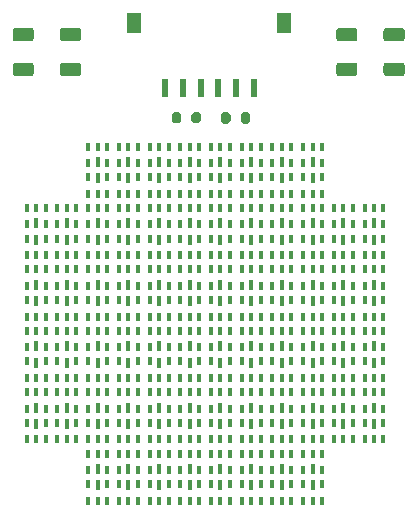
<source format=gbr>
G04 #@! TF.GenerationSoftware,KiCad,Pcbnew,(5.1.9-0-10_14)*
G04 #@! TF.CreationDate,2021-05-04T01:16:58-07:00*
G04 #@! TF.ProjectId,LED_array,4c45445f-6172-4726-9179-2e6b69636164,rev?*
G04 #@! TF.SameCoordinates,Original*
G04 #@! TF.FileFunction,Paste,Top*
G04 #@! TF.FilePolarity,Positive*
%FSLAX46Y46*%
G04 Gerber Fmt 4.6, Leading zero omitted, Abs format (unit mm)*
G04 Created by KiCad (PCBNEW (5.1.9-0-10_14)) date 2021-05-04 01:16:58*
%MOMM*%
%LPD*%
G01*
G04 APERTURE LIST*
%ADD10R,1.250000X1.800000*%
%ADD11R,0.600000X1.600000*%
%ADD12R,0.450000X0.850000*%
%ADD13R,0.450000X0.650000*%
G04 APERTURE END LIST*
D10*
X66715000Y-24550000D03*
D11*
X56610000Y-30040000D03*
X58110000Y-30040000D03*
X59610000Y-30040000D03*
X61110000Y-30040000D03*
X62610000Y-30040000D03*
D10*
X54005000Y-24550000D03*
D11*
X64110000Y-30040000D03*
D12*
X69100000Y-63700000D03*
D13*
X68300000Y-63600000D03*
X69900000Y-63600000D03*
X69100000Y-65000000D03*
X68300000Y-65000000D03*
X69900000Y-65000000D03*
D12*
X50900000Y-36300000D03*
D13*
X51700000Y-36400000D03*
X50100000Y-36400000D03*
X50900000Y-35000000D03*
X51700000Y-35000000D03*
X50100000Y-35000000D03*
D12*
X53500000Y-36300000D03*
D13*
X54300000Y-36400000D03*
X52700000Y-36400000D03*
X53500000Y-35000000D03*
X54300000Y-35000000D03*
X52700000Y-35000000D03*
D12*
X56100000Y-36300000D03*
D13*
X56900000Y-36400000D03*
X55300000Y-36400000D03*
X56100000Y-35000000D03*
X56900000Y-35000000D03*
X55300000Y-35000000D03*
D12*
X58700000Y-36300000D03*
D13*
X59500000Y-36400000D03*
X57900000Y-36400000D03*
X58700000Y-35000000D03*
X59500000Y-35000000D03*
X57900000Y-35000000D03*
D12*
X61300000Y-36300000D03*
D13*
X62100000Y-36400000D03*
X60500000Y-36400000D03*
X61300000Y-35000000D03*
X62100000Y-35000000D03*
X60500000Y-35000000D03*
D12*
X63900000Y-36300000D03*
D13*
X64700000Y-36400000D03*
X63100000Y-36400000D03*
X63900000Y-35000000D03*
X64700000Y-35000000D03*
X63100000Y-35000000D03*
D12*
X66500000Y-36300000D03*
D13*
X67300000Y-36400000D03*
X65700000Y-36400000D03*
X66500000Y-35000000D03*
X67300000Y-35000000D03*
X65700000Y-35000000D03*
D12*
X69100000Y-36300000D03*
D13*
X69900000Y-36400000D03*
X68300000Y-36400000D03*
X69100000Y-35000000D03*
X69900000Y-35000000D03*
X68300000Y-35000000D03*
D12*
X69100000Y-37700000D03*
D13*
X68300000Y-37600000D03*
X69900000Y-37600000D03*
X69100000Y-39000000D03*
X68300000Y-39000000D03*
X69900000Y-39000000D03*
D12*
X66500000Y-37700000D03*
D13*
X65700000Y-37600000D03*
X67300000Y-37600000D03*
X66500000Y-39000000D03*
X65700000Y-39000000D03*
X67300000Y-39000000D03*
D12*
X63900000Y-37700000D03*
D13*
X63100000Y-37600000D03*
X64700000Y-37600000D03*
X63900000Y-39000000D03*
X63100000Y-39000000D03*
X64700000Y-39000000D03*
D12*
X61300000Y-37700000D03*
D13*
X60500000Y-37600000D03*
X62100000Y-37600000D03*
X61300000Y-39000000D03*
X60500000Y-39000000D03*
X62100000Y-39000000D03*
D12*
X58700000Y-37700000D03*
D13*
X57900000Y-37600000D03*
X59500000Y-37600000D03*
X58700000Y-39000000D03*
X57900000Y-39000000D03*
X59500000Y-39000000D03*
D12*
X56100000Y-37700000D03*
D13*
X55300000Y-37600000D03*
X56900000Y-37600000D03*
X56100000Y-39000000D03*
X55300000Y-39000000D03*
X56900000Y-39000000D03*
D12*
X53500000Y-37700000D03*
D13*
X52700000Y-37600000D03*
X54300000Y-37600000D03*
X53500000Y-39000000D03*
X52700000Y-39000000D03*
X54300000Y-39000000D03*
D12*
X50900000Y-37700000D03*
D13*
X50100000Y-37600000D03*
X51700000Y-37600000D03*
X50900000Y-39000000D03*
X50100000Y-39000000D03*
X51700000Y-39000000D03*
D12*
X45700000Y-41500000D03*
D13*
X46500000Y-41600000D03*
X44900000Y-41600000D03*
X45700000Y-40200000D03*
X46500000Y-40200000D03*
X44900000Y-40200000D03*
D12*
X48300000Y-41500000D03*
D13*
X49100000Y-41600000D03*
X47500000Y-41600000D03*
X48300000Y-40200000D03*
X49100000Y-40200000D03*
X47500000Y-40200000D03*
D12*
X50900000Y-41500000D03*
D13*
X51700000Y-41600000D03*
X50100000Y-41600000D03*
X50900000Y-40200000D03*
X51700000Y-40200000D03*
X50100000Y-40200000D03*
D12*
X53500000Y-41500000D03*
D13*
X54300000Y-41600000D03*
X52700000Y-41600000D03*
X53500000Y-40200000D03*
X54300000Y-40200000D03*
X52700000Y-40200000D03*
D12*
X56100000Y-41500000D03*
D13*
X56900000Y-41600000D03*
X55300000Y-41600000D03*
X56100000Y-40200000D03*
X56900000Y-40200000D03*
X55300000Y-40200000D03*
D12*
X58700000Y-41500000D03*
D13*
X59500000Y-41600000D03*
X57900000Y-41600000D03*
X58700000Y-40200000D03*
X59500000Y-40200000D03*
X57900000Y-40200000D03*
D12*
X61300000Y-41500000D03*
D13*
X62100000Y-41600000D03*
X60500000Y-41600000D03*
X61300000Y-40200000D03*
X62100000Y-40200000D03*
X60500000Y-40200000D03*
D12*
X63900000Y-41500000D03*
D13*
X64700000Y-41600000D03*
X63100000Y-41600000D03*
X63900000Y-40200000D03*
X64700000Y-40200000D03*
X63100000Y-40200000D03*
D12*
X66500000Y-41500000D03*
D13*
X67300000Y-41600000D03*
X65700000Y-41600000D03*
X66500000Y-40200000D03*
X67300000Y-40200000D03*
X65700000Y-40200000D03*
D12*
X69100000Y-41500000D03*
D13*
X69900000Y-41600000D03*
X68300000Y-41600000D03*
X69100000Y-40200000D03*
X69900000Y-40200000D03*
X68300000Y-40200000D03*
D12*
X71700000Y-41500000D03*
D13*
X72500000Y-41600000D03*
X70900000Y-41600000D03*
X71700000Y-40200000D03*
X72500000Y-40200000D03*
X70900000Y-40200000D03*
D12*
X74300000Y-41500000D03*
D13*
X75100000Y-41600000D03*
X73500000Y-41600000D03*
X74300000Y-40200000D03*
X75100000Y-40200000D03*
X73500000Y-40200000D03*
D12*
X74300000Y-42900000D03*
D13*
X73500000Y-42800000D03*
X75100000Y-42800000D03*
X74300000Y-44200000D03*
X73500000Y-44200000D03*
X75100000Y-44200000D03*
D12*
X71700000Y-42900000D03*
D13*
X70900000Y-42800000D03*
X72500000Y-42800000D03*
X71700000Y-44200000D03*
X70900000Y-44200000D03*
X72500000Y-44200000D03*
D12*
X69100000Y-42900000D03*
D13*
X68300000Y-42800000D03*
X69900000Y-42800000D03*
X69100000Y-44200000D03*
X68300000Y-44200000D03*
X69900000Y-44200000D03*
D12*
X66500000Y-42900000D03*
D13*
X65700000Y-42800000D03*
X67300000Y-42800000D03*
X66500000Y-44200000D03*
X65700000Y-44200000D03*
X67300000Y-44200000D03*
D12*
X63900000Y-42900000D03*
D13*
X63100000Y-42800000D03*
X64700000Y-42800000D03*
X63900000Y-44200000D03*
X63100000Y-44200000D03*
X64700000Y-44200000D03*
D12*
X61300000Y-42900000D03*
D13*
X60500000Y-42800000D03*
X62100000Y-42800000D03*
X61300000Y-44200000D03*
X60500000Y-44200000D03*
X62100000Y-44200000D03*
D12*
X58700000Y-42900000D03*
D13*
X57900000Y-42800000D03*
X59500000Y-42800000D03*
X58700000Y-44200000D03*
X57900000Y-44200000D03*
X59500000Y-44200000D03*
D12*
X56100000Y-42900000D03*
D13*
X55300000Y-42800000D03*
X56900000Y-42800000D03*
X56100000Y-44200000D03*
X55300000Y-44200000D03*
X56900000Y-44200000D03*
D12*
X53500000Y-42900000D03*
D13*
X52700000Y-42800000D03*
X54300000Y-42800000D03*
X53500000Y-44200000D03*
X52700000Y-44200000D03*
X54300000Y-44200000D03*
D12*
X50900000Y-42900000D03*
D13*
X50100000Y-42800000D03*
X51700000Y-42800000D03*
X50900000Y-44200000D03*
X50100000Y-44200000D03*
X51700000Y-44200000D03*
D12*
X48300000Y-42900000D03*
D13*
X47500000Y-42800000D03*
X49100000Y-42800000D03*
X48300000Y-44200000D03*
X47500000Y-44200000D03*
X49100000Y-44200000D03*
D12*
X45700000Y-42900000D03*
D13*
X44900000Y-42800000D03*
X46500000Y-42800000D03*
X45700000Y-44200000D03*
X44900000Y-44200000D03*
X46500000Y-44200000D03*
D12*
X45700000Y-46700000D03*
D13*
X46500000Y-46800000D03*
X44900000Y-46800000D03*
X45700000Y-45400000D03*
X46500000Y-45400000D03*
X44900000Y-45400000D03*
D12*
X48300000Y-46700000D03*
D13*
X49100000Y-46800000D03*
X47500000Y-46800000D03*
X48300000Y-45400000D03*
X49100000Y-45400000D03*
X47500000Y-45400000D03*
D12*
X50900000Y-46700000D03*
D13*
X51700000Y-46800000D03*
X50100000Y-46800000D03*
X50900000Y-45400000D03*
X51700000Y-45400000D03*
X50100000Y-45400000D03*
D12*
X53500000Y-46700000D03*
D13*
X54300000Y-46800000D03*
X52700000Y-46800000D03*
X53500000Y-45400000D03*
X54300000Y-45400000D03*
X52700000Y-45400000D03*
D12*
X56100000Y-46700000D03*
D13*
X56900000Y-46800000D03*
X55300000Y-46800000D03*
X56100000Y-45400000D03*
X56900000Y-45400000D03*
X55300000Y-45400000D03*
D12*
X58700000Y-46700000D03*
D13*
X59500000Y-46800000D03*
X57900000Y-46800000D03*
X58700000Y-45400000D03*
X59500000Y-45400000D03*
X57900000Y-45400000D03*
D12*
X61300000Y-46700000D03*
D13*
X62100000Y-46800000D03*
X60500000Y-46800000D03*
X61300000Y-45400000D03*
X62100000Y-45400000D03*
X60500000Y-45400000D03*
D12*
X63900000Y-46700000D03*
D13*
X64700000Y-46800000D03*
X63100000Y-46800000D03*
X63900000Y-45400000D03*
X64700000Y-45400000D03*
X63100000Y-45400000D03*
D12*
X66500000Y-46700000D03*
D13*
X67300000Y-46800000D03*
X65700000Y-46800000D03*
X66500000Y-45400000D03*
X67300000Y-45400000D03*
X65700000Y-45400000D03*
D12*
X69100000Y-46700000D03*
D13*
X69900000Y-46800000D03*
X68300000Y-46800000D03*
X69100000Y-45400000D03*
X69900000Y-45400000D03*
X68300000Y-45400000D03*
D12*
X71700000Y-46700000D03*
D13*
X72500000Y-46800000D03*
X70900000Y-46800000D03*
X71700000Y-45400000D03*
X72500000Y-45400000D03*
X70900000Y-45400000D03*
D12*
X74300000Y-46700000D03*
D13*
X75100000Y-46800000D03*
X73500000Y-46800000D03*
X74300000Y-45400000D03*
X75100000Y-45400000D03*
X73500000Y-45400000D03*
D12*
X74300000Y-48100000D03*
D13*
X73500000Y-48000000D03*
X75100000Y-48000000D03*
X74300000Y-49400000D03*
X73500000Y-49400000D03*
X75100000Y-49400000D03*
D12*
X71700000Y-48100000D03*
D13*
X70900000Y-48000000D03*
X72500000Y-48000000D03*
X71700000Y-49400000D03*
X70900000Y-49400000D03*
X72500000Y-49400000D03*
D12*
X69100000Y-48100000D03*
D13*
X68300000Y-48000000D03*
X69900000Y-48000000D03*
X69100000Y-49400000D03*
X68300000Y-49400000D03*
X69900000Y-49400000D03*
D12*
X66500000Y-48100000D03*
D13*
X65700000Y-48000000D03*
X67300000Y-48000000D03*
X66500000Y-49400000D03*
X65700000Y-49400000D03*
X67300000Y-49400000D03*
D12*
X63900000Y-48100000D03*
D13*
X63100000Y-48000000D03*
X64700000Y-48000000D03*
X63900000Y-49400000D03*
X63100000Y-49400000D03*
X64700000Y-49400000D03*
D12*
X61300000Y-48100000D03*
D13*
X60500000Y-48000000D03*
X62100000Y-48000000D03*
X61300000Y-49400000D03*
X60500000Y-49400000D03*
X62100000Y-49400000D03*
D12*
X58700000Y-48100000D03*
D13*
X57900000Y-48000000D03*
X59500000Y-48000000D03*
X58700000Y-49400000D03*
X57900000Y-49400000D03*
X59500000Y-49400000D03*
D12*
X56100000Y-48100000D03*
D13*
X55300000Y-48000000D03*
X56900000Y-48000000D03*
X56100000Y-49400000D03*
X55300000Y-49400000D03*
X56900000Y-49400000D03*
D12*
X53500000Y-48100000D03*
D13*
X52700000Y-48000000D03*
X54300000Y-48000000D03*
X53500000Y-49400000D03*
X52700000Y-49400000D03*
X54300000Y-49400000D03*
D12*
X50900000Y-48100000D03*
D13*
X50100000Y-48000000D03*
X51700000Y-48000000D03*
X50900000Y-49400000D03*
X50100000Y-49400000D03*
X51700000Y-49400000D03*
D12*
X48300000Y-48100000D03*
D13*
X47500000Y-48000000D03*
X49100000Y-48000000D03*
X48300000Y-49400000D03*
X47500000Y-49400000D03*
X49100000Y-49400000D03*
D12*
X45700000Y-48100000D03*
D13*
X44900000Y-48000000D03*
X46500000Y-48000000D03*
X45700000Y-49400000D03*
X44900000Y-49400000D03*
X46500000Y-49400000D03*
D12*
X45700000Y-51900000D03*
D13*
X46500000Y-52000000D03*
X44900000Y-52000000D03*
X45700000Y-50600000D03*
X46500000Y-50600000D03*
X44900000Y-50600000D03*
D12*
X48300000Y-51900000D03*
D13*
X49100000Y-52000000D03*
X47500000Y-52000000D03*
X48300000Y-50600000D03*
X49100000Y-50600000D03*
X47500000Y-50600000D03*
D12*
X50900000Y-51900000D03*
D13*
X51700000Y-52000000D03*
X50100000Y-52000000D03*
X50900000Y-50600000D03*
X51700000Y-50600000D03*
X50100000Y-50600000D03*
D12*
X53500000Y-51900000D03*
D13*
X54300000Y-52000000D03*
X52700000Y-52000000D03*
X53500000Y-50600000D03*
X54300000Y-50600000D03*
X52700000Y-50600000D03*
D12*
X56100000Y-51900000D03*
D13*
X56900000Y-52000000D03*
X55300000Y-52000000D03*
X56100000Y-50600000D03*
X56900000Y-50600000D03*
X55300000Y-50600000D03*
D12*
X58700000Y-51900000D03*
D13*
X59500000Y-52000000D03*
X57900000Y-52000000D03*
X58700000Y-50600000D03*
X59500000Y-50600000D03*
X57900000Y-50600000D03*
D12*
X61300000Y-51900000D03*
D13*
X62100000Y-52000000D03*
X60500000Y-52000000D03*
X61300000Y-50600000D03*
X62100000Y-50600000D03*
X60500000Y-50600000D03*
D12*
X63900000Y-51900000D03*
D13*
X64700000Y-52000000D03*
X63100000Y-52000000D03*
X63900000Y-50600000D03*
X64700000Y-50600000D03*
X63100000Y-50600000D03*
D12*
X66500000Y-51900000D03*
D13*
X67300000Y-52000000D03*
X65700000Y-52000000D03*
X66500000Y-50600000D03*
X67300000Y-50600000D03*
X65700000Y-50600000D03*
D12*
X69100000Y-51900000D03*
D13*
X69900000Y-52000000D03*
X68300000Y-52000000D03*
X69100000Y-50600000D03*
X69900000Y-50600000D03*
X68300000Y-50600000D03*
D12*
X71700000Y-51900000D03*
D13*
X72500000Y-52000000D03*
X70900000Y-52000000D03*
X71700000Y-50600000D03*
X72500000Y-50600000D03*
X70900000Y-50600000D03*
D12*
X74300000Y-51900000D03*
D13*
X75100000Y-52000000D03*
X73500000Y-52000000D03*
X74300000Y-50600000D03*
X75100000Y-50600000D03*
X73500000Y-50600000D03*
D12*
X74300000Y-53300000D03*
D13*
X73500000Y-53200000D03*
X75100000Y-53200000D03*
X74300000Y-54600000D03*
X73500000Y-54600000D03*
X75100000Y-54600000D03*
D12*
X71700000Y-53300000D03*
D13*
X70900000Y-53200000D03*
X72500000Y-53200000D03*
X71700000Y-54600000D03*
X70900000Y-54600000D03*
X72500000Y-54600000D03*
D12*
X69100000Y-53300000D03*
D13*
X68300000Y-53200000D03*
X69900000Y-53200000D03*
X69100000Y-54600000D03*
X68300000Y-54600000D03*
X69900000Y-54600000D03*
D12*
X66500000Y-53300000D03*
D13*
X65700000Y-53200000D03*
X67300000Y-53200000D03*
X66500000Y-54600000D03*
X65700000Y-54600000D03*
X67300000Y-54600000D03*
D12*
X63900000Y-53300000D03*
D13*
X63100000Y-53200000D03*
X64700000Y-53200000D03*
X63900000Y-54600000D03*
X63100000Y-54600000D03*
X64700000Y-54600000D03*
D12*
X61300000Y-53300000D03*
D13*
X60500000Y-53200000D03*
X62100000Y-53200000D03*
X61300000Y-54600000D03*
X60500000Y-54600000D03*
X62100000Y-54600000D03*
D12*
X58700000Y-53300000D03*
D13*
X57900000Y-53200000D03*
X59500000Y-53200000D03*
X58700000Y-54600000D03*
X57900000Y-54600000D03*
X59500000Y-54600000D03*
D12*
X56100000Y-53300000D03*
D13*
X55300000Y-53200000D03*
X56900000Y-53200000D03*
X56100000Y-54600000D03*
X55300000Y-54600000D03*
X56900000Y-54600000D03*
D12*
X53500000Y-53300000D03*
D13*
X52700000Y-53200000D03*
X54300000Y-53200000D03*
X53500000Y-54600000D03*
X52700000Y-54600000D03*
X54300000Y-54600000D03*
D12*
X50900000Y-53300000D03*
D13*
X50100000Y-53200000D03*
X51700000Y-53200000D03*
X50900000Y-54600000D03*
X50100000Y-54600000D03*
X51700000Y-54600000D03*
D12*
X48300000Y-53300000D03*
D13*
X47500000Y-53200000D03*
X49100000Y-53200000D03*
X48300000Y-54600000D03*
X47500000Y-54600000D03*
X49100000Y-54600000D03*
D12*
X45700000Y-53300000D03*
D13*
X44900000Y-53200000D03*
X46500000Y-53200000D03*
X45700000Y-54600000D03*
X44900000Y-54600000D03*
X46500000Y-54600000D03*
D12*
X45700000Y-57100000D03*
D13*
X46500000Y-57200000D03*
X44900000Y-57200000D03*
X45700000Y-55800000D03*
X46500000Y-55800000D03*
X44900000Y-55800000D03*
D12*
X48300000Y-57100000D03*
D13*
X49100000Y-57200000D03*
X47500000Y-57200000D03*
X48300000Y-55800000D03*
X49100000Y-55800000D03*
X47500000Y-55800000D03*
D12*
X50900000Y-57100000D03*
D13*
X51700000Y-57200000D03*
X50100000Y-57200000D03*
X50900000Y-55800000D03*
X51700000Y-55800000D03*
X50100000Y-55800000D03*
D12*
X53500000Y-57100000D03*
D13*
X54300000Y-57200000D03*
X52700000Y-57200000D03*
X53500000Y-55800000D03*
X54300000Y-55800000D03*
X52700000Y-55800000D03*
D12*
X56100000Y-57100000D03*
D13*
X56900000Y-57200000D03*
X55300000Y-57200000D03*
X56100000Y-55800000D03*
X56900000Y-55800000D03*
X55300000Y-55800000D03*
D12*
X58700000Y-57100000D03*
D13*
X59500000Y-57200000D03*
X57900000Y-57200000D03*
X58700000Y-55800000D03*
X59500000Y-55800000D03*
X57900000Y-55800000D03*
D12*
X61300000Y-57100000D03*
D13*
X62100000Y-57200000D03*
X60500000Y-57200000D03*
X61300000Y-55800000D03*
X62100000Y-55800000D03*
X60500000Y-55800000D03*
D12*
X63900000Y-57100000D03*
D13*
X64700000Y-57200000D03*
X63100000Y-57200000D03*
X63900000Y-55800000D03*
X64700000Y-55800000D03*
X63100000Y-55800000D03*
D12*
X66500000Y-57100000D03*
D13*
X67300000Y-57200000D03*
X65700000Y-57200000D03*
X66500000Y-55800000D03*
X67300000Y-55800000D03*
X65700000Y-55800000D03*
D12*
X69100000Y-57100000D03*
D13*
X69900000Y-57200000D03*
X68300000Y-57200000D03*
X69100000Y-55800000D03*
X69900000Y-55800000D03*
X68300000Y-55800000D03*
D12*
X71700000Y-57100000D03*
D13*
X72500000Y-57200000D03*
X70900000Y-57200000D03*
X71700000Y-55800000D03*
X72500000Y-55800000D03*
X70900000Y-55800000D03*
D12*
X74300000Y-57100000D03*
D13*
X75100000Y-57200000D03*
X73500000Y-57200000D03*
X74300000Y-55800000D03*
X75100000Y-55800000D03*
X73500000Y-55800000D03*
D12*
X74300000Y-58500000D03*
D13*
X73500000Y-58400000D03*
X75100000Y-58400000D03*
X74300000Y-59800000D03*
X73500000Y-59800000D03*
X75100000Y-59800000D03*
D12*
X71700000Y-58500000D03*
D13*
X70900000Y-58400000D03*
X72500000Y-58400000D03*
X71700000Y-59800000D03*
X70900000Y-59800000D03*
X72500000Y-59800000D03*
D12*
X69100000Y-58500000D03*
D13*
X68300000Y-58400000D03*
X69900000Y-58400000D03*
X69100000Y-59800000D03*
X68300000Y-59800000D03*
X69900000Y-59800000D03*
D12*
X66500000Y-58500000D03*
D13*
X65700000Y-58400000D03*
X67300000Y-58400000D03*
X66500000Y-59800000D03*
X65700000Y-59800000D03*
X67300000Y-59800000D03*
D12*
X63900000Y-58500000D03*
D13*
X63100000Y-58400000D03*
X64700000Y-58400000D03*
X63900000Y-59800000D03*
X63100000Y-59800000D03*
X64700000Y-59800000D03*
D12*
X61300000Y-58500000D03*
D13*
X60500000Y-58400000D03*
X62100000Y-58400000D03*
X61300000Y-59800000D03*
X60500000Y-59800000D03*
X62100000Y-59800000D03*
D12*
X58700000Y-58500000D03*
D13*
X57900000Y-58400000D03*
X59500000Y-58400000D03*
X58700000Y-59800000D03*
X57900000Y-59800000D03*
X59500000Y-59800000D03*
D12*
X56100000Y-58500000D03*
D13*
X55300000Y-58400000D03*
X56900000Y-58400000D03*
X56100000Y-59800000D03*
X55300000Y-59800000D03*
X56900000Y-59800000D03*
D12*
X53500000Y-58500000D03*
D13*
X52700000Y-58400000D03*
X54300000Y-58400000D03*
X53500000Y-59800000D03*
X52700000Y-59800000D03*
X54300000Y-59800000D03*
D12*
X50900000Y-58500000D03*
D13*
X50100000Y-58400000D03*
X51700000Y-58400000D03*
X50900000Y-59800000D03*
X50100000Y-59800000D03*
X51700000Y-59800000D03*
D12*
X48300000Y-58500000D03*
D13*
X47500000Y-58400000D03*
X49100000Y-58400000D03*
X48300000Y-59800000D03*
X47500000Y-59800000D03*
X49100000Y-59800000D03*
D12*
X45700000Y-58500000D03*
D13*
X44900000Y-58400000D03*
X46500000Y-58400000D03*
X45700000Y-59800000D03*
X44900000Y-59800000D03*
X46500000Y-59800000D03*
D12*
X50900000Y-62300000D03*
D13*
X51700000Y-62400000D03*
X50100000Y-62400000D03*
X50900000Y-61000000D03*
X51700000Y-61000000D03*
X50100000Y-61000000D03*
D12*
X53500000Y-62300000D03*
D13*
X54300000Y-62400000D03*
X52700000Y-62400000D03*
X53500000Y-61000000D03*
X54300000Y-61000000D03*
X52700000Y-61000000D03*
D12*
X56100000Y-62300000D03*
D13*
X56900000Y-62400000D03*
X55300000Y-62400000D03*
X56100000Y-61000000D03*
X56900000Y-61000000D03*
X55300000Y-61000000D03*
D12*
X58700000Y-62300000D03*
D13*
X59500000Y-62400000D03*
X57900000Y-62400000D03*
X58700000Y-61000000D03*
X59500000Y-61000000D03*
X57900000Y-61000000D03*
D12*
X61300000Y-62300000D03*
D13*
X62100000Y-62400000D03*
X60500000Y-62400000D03*
X61300000Y-61000000D03*
X62100000Y-61000000D03*
X60500000Y-61000000D03*
D12*
X63900000Y-62300000D03*
D13*
X64700000Y-62400000D03*
X63100000Y-62400000D03*
X63900000Y-61000000D03*
X64700000Y-61000000D03*
X63100000Y-61000000D03*
D12*
X66500000Y-62300000D03*
D13*
X67300000Y-62400000D03*
X65700000Y-62400000D03*
X66500000Y-61000000D03*
X67300000Y-61000000D03*
X65700000Y-61000000D03*
D12*
X69100000Y-62300000D03*
D13*
X69900000Y-62400000D03*
X68300000Y-62400000D03*
X69100000Y-61000000D03*
X69900000Y-61000000D03*
X68300000Y-61000000D03*
D12*
X66500000Y-63700000D03*
D13*
X65700000Y-63600000D03*
X67300000Y-63600000D03*
X66500000Y-65000000D03*
X65700000Y-65000000D03*
X67300000Y-65000000D03*
D12*
X63900000Y-63700000D03*
D13*
X63100000Y-63600000D03*
X64700000Y-63600000D03*
X63900000Y-65000000D03*
X63100000Y-65000000D03*
X64700000Y-65000000D03*
D12*
X61300000Y-63700000D03*
D13*
X60500000Y-63600000D03*
X62100000Y-63600000D03*
X61300000Y-65000000D03*
X60500000Y-65000000D03*
X62100000Y-65000000D03*
D12*
X58700000Y-63700000D03*
D13*
X57900000Y-63600000D03*
X59500000Y-63600000D03*
X58700000Y-65000000D03*
X57900000Y-65000000D03*
X59500000Y-65000000D03*
D12*
X56100000Y-63700000D03*
D13*
X55300000Y-63600000D03*
X56900000Y-63600000D03*
X56100000Y-65000000D03*
X55300000Y-65000000D03*
X56900000Y-65000000D03*
D12*
X53500000Y-63700000D03*
D13*
X52700000Y-63600000D03*
X54300000Y-63600000D03*
X53500000Y-65000000D03*
X52700000Y-65000000D03*
X54300000Y-65000000D03*
X51700000Y-65000000D03*
X50100000Y-65000000D03*
X50900000Y-65000000D03*
X51700000Y-63600000D03*
X50100000Y-63600000D03*
D12*
X50900000Y-63700000D03*
G36*
G01*
X49250001Y-26100000D02*
X47949999Y-26100000D01*
G75*
G02*
X47700000Y-25850001I0J249999D01*
G01*
X47700000Y-25199999D01*
G75*
G02*
X47949999Y-24950000I249999J0D01*
G01*
X49250001Y-24950000D01*
G75*
G02*
X49500000Y-25199999I0J-249999D01*
G01*
X49500000Y-25850001D01*
G75*
G02*
X49250001Y-26100000I-249999J0D01*
G01*
G37*
G36*
G01*
X49250001Y-29050000D02*
X47949999Y-29050000D01*
G75*
G02*
X47700000Y-28800001I0J249999D01*
G01*
X47700000Y-28149999D01*
G75*
G02*
X47949999Y-27900000I249999J0D01*
G01*
X49250001Y-27900000D01*
G75*
G02*
X49500000Y-28149999I0J-249999D01*
G01*
X49500000Y-28800001D01*
G75*
G02*
X49250001Y-29050000I-249999J0D01*
G01*
G37*
G36*
G01*
X76650001Y-26100000D02*
X75349999Y-26100000D01*
G75*
G02*
X75100000Y-25850001I0J249999D01*
G01*
X75100000Y-25199999D01*
G75*
G02*
X75349999Y-24950000I249999J0D01*
G01*
X76650001Y-24950000D01*
G75*
G02*
X76900000Y-25199999I0J-249999D01*
G01*
X76900000Y-25850001D01*
G75*
G02*
X76650001Y-26100000I-249999J0D01*
G01*
G37*
G36*
G01*
X76650001Y-29050000D02*
X75349999Y-29050000D01*
G75*
G02*
X75100000Y-28800001I0J249999D01*
G01*
X75100000Y-28149999D01*
G75*
G02*
X75349999Y-27900000I249999J0D01*
G01*
X76650001Y-27900000D01*
G75*
G02*
X76900000Y-28149999I0J-249999D01*
G01*
X76900000Y-28800001D01*
G75*
G02*
X76650001Y-29050000I-249999J0D01*
G01*
G37*
G36*
G01*
X45250001Y-26100000D02*
X43949999Y-26100000D01*
G75*
G02*
X43700000Y-25850001I0J249999D01*
G01*
X43700000Y-25199999D01*
G75*
G02*
X43949999Y-24950000I249999J0D01*
G01*
X45250001Y-24950000D01*
G75*
G02*
X45500000Y-25199999I0J-249999D01*
G01*
X45500000Y-25850001D01*
G75*
G02*
X45250001Y-26100000I-249999J0D01*
G01*
G37*
G36*
G01*
X45250001Y-29050000D02*
X43949999Y-29050000D01*
G75*
G02*
X43700000Y-28800001I0J249999D01*
G01*
X43700000Y-28149999D01*
G75*
G02*
X43949999Y-27900000I249999J0D01*
G01*
X45250001Y-27900000D01*
G75*
G02*
X45500000Y-28149999I0J-249999D01*
G01*
X45500000Y-28800001D01*
G75*
G02*
X45250001Y-29050000I-249999J0D01*
G01*
G37*
G36*
G01*
X72650001Y-26100000D02*
X71349999Y-26100000D01*
G75*
G02*
X71100000Y-25850001I0J249999D01*
G01*
X71100000Y-25199999D01*
G75*
G02*
X71349999Y-24950000I249999J0D01*
G01*
X72650001Y-24950000D01*
G75*
G02*
X72900000Y-25199999I0J-249999D01*
G01*
X72900000Y-25850001D01*
G75*
G02*
X72650001Y-26100000I-249999J0D01*
G01*
G37*
G36*
G01*
X72650001Y-29050000D02*
X71349999Y-29050000D01*
G75*
G02*
X71100000Y-28800001I0J249999D01*
G01*
X71100000Y-28149999D01*
G75*
G02*
X71349999Y-27900000I249999J0D01*
G01*
X72650001Y-27900000D01*
G75*
G02*
X72900000Y-28149999I0J-249999D01*
G01*
X72900000Y-28800001D01*
G75*
G02*
X72650001Y-29050000I-249999J0D01*
G01*
G37*
G36*
G01*
X63005000Y-32865000D02*
X63005000Y-32315000D01*
G75*
G02*
X63205000Y-32115000I200000J0D01*
G01*
X63605000Y-32115000D01*
G75*
G02*
X63805000Y-32315000I0J-200000D01*
G01*
X63805000Y-32865000D01*
G75*
G02*
X63605000Y-33065000I-200000J0D01*
G01*
X63205000Y-33065000D01*
G75*
G02*
X63005000Y-32865000I0J200000D01*
G01*
G37*
G36*
G01*
X61355000Y-32865000D02*
X61355000Y-32315000D01*
G75*
G02*
X61555000Y-32115000I200000J0D01*
G01*
X61955000Y-32115000D01*
G75*
G02*
X62155000Y-32315000I0J-200000D01*
G01*
X62155000Y-32865000D01*
G75*
G02*
X61955000Y-33065000I-200000J0D01*
G01*
X61555000Y-33065000D01*
G75*
G02*
X61355000Y-32865000I0J200000D01*
G01*
G37*
G36*
G01*
X58845000Y-32845000D02*
X58845000Y-32295000D01*
G75*
G02*
X59045000Y-32095000I200000J0D01*
G01*
X59445000Y-32095000D01*
G75*
G02*
X59645000Y-32295000I0J-200000D01*
G01*
X59645000Y-32845000D01*
G75*
G02*
X59445000Y-33045000I-200000J0D01*
G01*
X59045000Y-33045000D01*
G75*
G02*
X58845000Y-32845000I0J200000D01*
G01*
G37*
G36*
G01*
X57195000Y-32845000D02*
X57195000Y-32295000D01*
G75*
G02*
X57395000Y-32095000I200000J0D01*
G01*
X57795000Y-32095000D01*
G75*
G02*
X57995000Y-32295000I0J-200000D01*
G01*
X57995000Y-32845000D01*
G75*
G02*
X57795000Y-33045000I-200000J0D01*
G01*
X57395000Y-33045000D01*
G75*
G02*
X57195000Y-32845000I0J200000D01*
G01*
G37*
M02*

</source>
